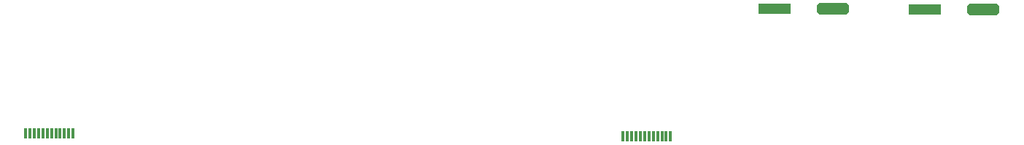
<source format=gbr>
%TF.GenerationSoftware,Altium Limited,Altium NEXUS,2.1.9 (83)*%
G04 Layer_Color=128*
%FSLAX44Y44*%
%MOMM*%
%TF.FileFunction,Paste,Bot*%
%TF.Part,Single*%
G01*
G75*
%TA.AperFunction,SMDPad,CuDef*%
%ADD66R,3.8000X1.3000*%
G04:AMPARAMS|DCode=67|XSize=3.8mm|YSize=1.3mm|CornerRadius=0mm|HoleSize=0mm|Usage=FLASHONLY|Rotation=180.000|XOffset=0mm|YOffset=0mm|HoleType=Round|Shape=Octagon|*
%AMOCTAGOND67*
4,1,8,-1.9000,0.3250,-1.9000,-0.3250,-1.5750,-0.6500,1.5750,-0.6500,1.9000,-0.3250,1.9000,0.3250,1.5750,0.6500,-1.5750,0.6500,-1.9000,0.3250,0.0*
%
%ADD67OCTAGOND67*%

%ADD68R,0.3000X1.2000*%
D66*
X1418000Y232500D02*
D03*
X1592250Y231750D02*
D03*
D67*
X1486000Y232500D02*
D03*
X1660250Y231750D02*
D03*
D68*
X1297110Y84380D02*
D03*
X1292110D02*
D03*
X1287110D02*
D03*
X1282110D02*
D03*
X1277110D02*
D03*
X1272110D02*
D03*
X1267110D02*
D03*
X1262110D02*
D03*
X1257110D02*
D03*
X1252110D02*
D03*
X1247110D02*
D03*
X1242110D02*
D03*
X603500Y88100D02*
D03*
X598500D02*
D03*
X593500D02*
D03*
X588500D02*
D03*
X583500D02*
D03*
X578500D02*
D03*
X573500D02*
D03*
X568500D02*
D03*
X563500D02*
D03*
X558500D02*
D03*
X553500D02*
D03*
X548500D02*
D03*
%TF.MD5,3bfd96bba66b9acd39029c3d5b596c70*%
M02*

</source>
